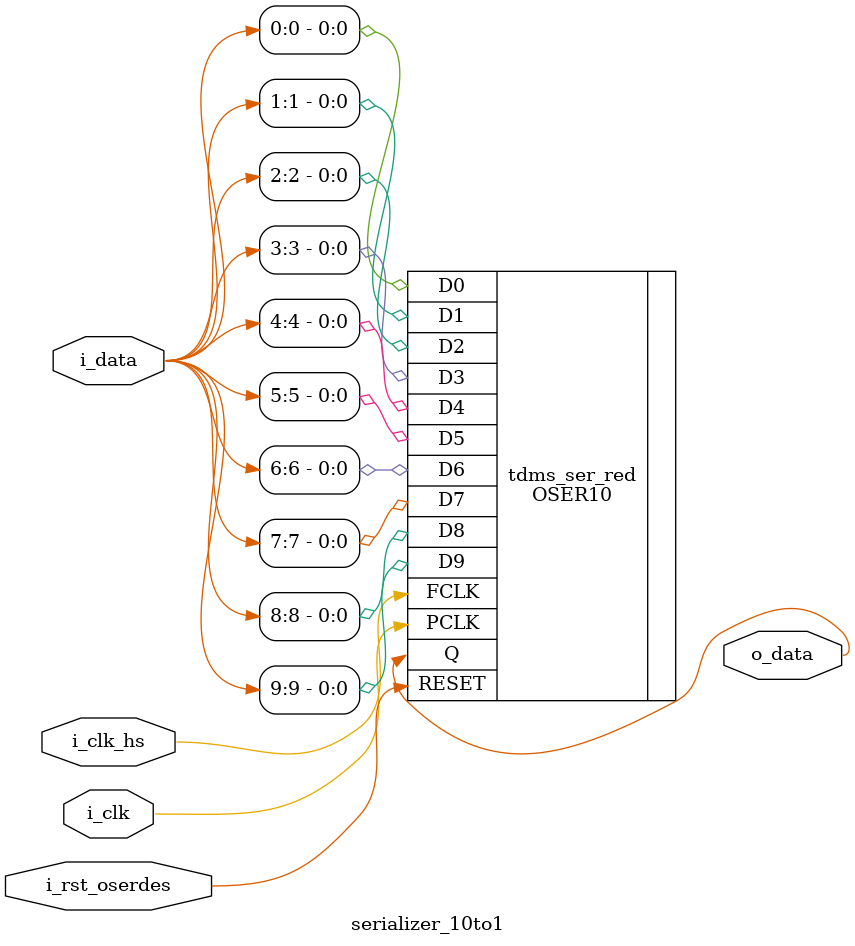
<source format=v>
`timescale 1ns / 1ps



module serializer_10to1(
    input   i_clk,          // parallel clock
    input   i_clk_hs,       // high-speed clock (5 x i_clk when using DDR)
    input   i_rst_oserdes,  // reset from async reset (active high)
    input   [9:0] i_data,   // input parallel data
    output  o_data          // output serial data
    );

    OSER10 tdms_ser_red( 
        .Q(o_data),   
        .D0(i_data[0]),   
        .D1(i_data[1]), 
        .D2(i_data[2]),   
        .D3(i_data[3]),   
        .D4(i_data[4]),   
        .D5(i_data[5]), 
        .D6(i_data[6]),   
        .D7(i_data[7]),   
        .D8(i_data[8]),   
        .D9(i_data[9]),   
        .PCLK(i_clk),   
        .FCLK(i_clk_hs), 
        .RESET(i_rst_oserdes) 
); 
//defparam tdms_ser_red.GSREN="false"; 
//defparam tdms_ser_red.LSREN ="true";

endmodule

</source>
